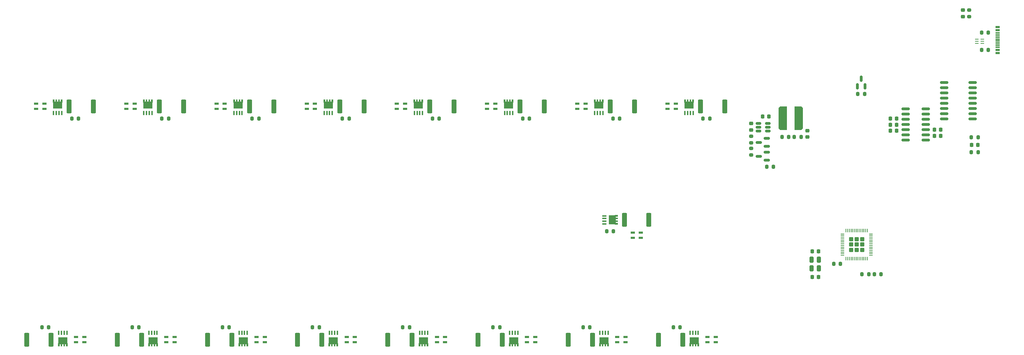
<source format=gbr>
%TF.GenerationSoftware,KiCad,Pcbnew,9.0.0*%
%TF.CreationDate,2025-05-29T20:25:45-04:00*%
%TF.ProjectId,distrabution_controler,64697374-7261-4627-9574-696f6e5f636f,rev?*%
%TF.SameCoordinates,Original*%
%TF.FileFunction,Paste,Top*%
%TF.FilePolarity,Positive*%
%FSLAX46Y46*%
G04 Gerber Fmt 4.6, Leading zero omitted, Abs format (unit mm)*
G04 Created by KiCad (PCBNEW 9.0.0) date 2025-05-29 20:25:45*
%MOMM*%
%LPD*%
G01*
G04 APERTURE LIST*
G04 Aperture macros list*
%AMRoundRect*
0 Rectangle with rounded corners*
0 $1 Rounding radius*
0 $2 $3 $4 $5 $6 $7 $8 $9 X,Y pos of 4 corners*
0 Add a 4 corners polygon primitive as box body*
4,1,4,$2,$3,$4,$5,$6,$7,$8,$9,$2,$3,0*
0 Add four circle primitives for the rounded corners*
1,1,$1+$1,$2,$3*
1,1,$1+$1,$4,$5*
1,1,$1+$1,$6,$7*
1,1,$1+$1,$8,$9*
0 Add four rect primitives between the rounded corners*
20,1,$1+$1,$2,$3,$4,$5,0*
20,1,$1+$1,$4,$5,$6,$7,0*
20,1,$1+$1,$6,$7,$8,$9,0*
20,1,$1+$1,$8,$9,$2,$3,0*%
%AMOutline5P*
0 Free polygon, 5 corners , with rotation*
0 The origin of the aperture is its center*
0 number of corners: always 5*
0 $1 to $10 corner X, Y*
0 $11 Rotation angle, in degrees counterclockwise*
0 create outline with 5 corners*
4,1,5,$1,$2,$3,$4,$5,$6,$7,$8,$9,$10,$1,$2,$11*%
%AMOutline6P*
0 Free polygon, 6 corners , with rotation*
0 The origin of the aperture is its center*
0 number of corners: always 6*
0 $1 to $12 corner X, Y*
0 $13 Rotation angle, in degrees counterclockwise*
0 create outline with 6 corners*
4,1,6,$1,$2,$3,$4,$5,$6,$7,$8,$9,$10,$11,$12,$1,$2,$13*%
%AMOutline7P*
0 Free polygon, 7 corners , with rotation*
0 The origin of the aperture is its center*
0 number of corners: always 7*
0 $1 to $14 corner X, Y*
0 $15 Rotation angle, in degrees counterclockwise*
0 create outline with 7 corners*
4,1,7,$1,$2,$3,$4,$5,$6,$7,$8,$9,$10,$11,$12,$13,$14,$1,$2,$15*%
%AMOutline8P*
0 Free polygon, 8 corners , with rotation*
0 The origin of the aperture is its center*
0 number of corners: always 8*
0 $1 to $16 corner X, Y*
0 $17 Rotation angle, in degrees counterclockwise*
0 create outline with 8 corners*
4,1,8,$1,$2,$3,$4,$5,$6,$7,$8,$9,$10,$11,$12,$13,$14,$15,$16,$1,$2,$17*%
%AMFreePoly0*
4,1,21,1.372500,0.787500,0.862500,0.787500,0.862500,0.532500,1.372500,0.532500,1.372500,0.127500,0.862500,0.127500,0.862500,-0.127500,1.372500,-0.127500,1.372500,-0.532500,0.862500,-0.532500,0.862500,-0.787500,1.372500,-0.787500,1.372500,-1.195000,0.612500,-1.195000,0.612500,-1.117500,-0.862500,-1.117500,-0.862500,1.117500,0.612500,1.117500,0.612500,1.195000,1.372500,1.195000,
1.372500,0.787500,1.372500,0.787500,$1*%
G04 Aperture macros list end*
%ADD10Outline6P,-2.900000X0.630000X-2.480000X1.050000X2.480000X1.050000X2.900000X0.630000X2.900000X-1.050000X-2.900000X-1.050000X90.000000*%
%ADD11Outline6P,-2.900000X0.630000X-2.480000X1.050000X2.480000X1.050000X2.900000X0.630000X2.900000X-1.050000X-2.900000X-1.050000X270.000000*%
%ADD12RoundRect,0.150000X0.587500X0.150000X-0.587500X0.150000X-0.587500X-0.150000X0.587500X-0.150000X0*%
%ADD13RoundRect,0.150000X0.150000X-0.587500X0.150000X0.587500X-0.150000X0.587500X-0.150000X-0.587500X0*%
%ADD14R,1.100000X0.600000*%
%ADD15R,1.100000X0.300000*%
%ADD16RoundRect,0.050000X0.350000X-0.050000X0.350000X0.050000X-0.350000X0.050000X-0.350000X-0.050000X0*%
%ADD17RoundRect,0.050000X0.050000X-0.350000X0.050000X0.350000X-0.050000X0.350000X-0.050000X-0.350000X0*%
%ADD18RoundRect,0.250000X0.285000X-0.285000X0.285000X0.285000X-0.285000X0.285000X-0.285000X-0.285000X0*%
%ADD19R,0.405000X0.990000*%
%ADD20FreePoly0,270.000000*%
%ADD21R,1.000000X0.600000*%
%ADD22RoundRect,0.225000X-0.225000X-0.250000X0.225000X-0.250000X0.225000X0.250000X-0.225000X0.250000X0*%
%ADD23RoundRect,0.200000X0.200000X0.275000X-0.200000X0.275000X-0.200000X-0.275000X0.200000X-0.275000X0*%
%ADD24RoundRect,0.250000X-0.362500X-1.425000X0.362500X-1.425000X0.362500X1.425000X-0.362500X1.425000X0*%
%ADD25FreePoly0,90.000000*%
%ADD26RoundRect,0.200000X-0.200000X-0.275000X0.200000X-0.275000X0.200000X0.275000X-0.200000X0.275000X0*%
%ADD27RoundRect,0.200000X-0.275000X0.200000X-0.275000X-0.200000X0.275000X-0.200000X0.275000X0.200000X0*%
%ADD28RoundRect,0.250000X0.362500X1.425000X-0.362500X1.425000X-0.362500X-1.425000X0.362500X-1.425000X0*%
%ADD29RoundRect,0.225000X0.225000X0.250000X-0.225000X0.250000X-0.225000X-0.250000X0.225000X-0.250000X0*%
%ADD30RoundRect,0.150000X-0.512500X-0.150000X0.512500X-0.150000X0.512500X0.150000X-0.512500X0.150000X0*%
%ADD31RoundRect,0.200000X0.275000X-0.200000X0.275000X0.200000X-0.275000X0.200000X-0.275000X-0.200000X0*%
%ADD32RoundRect,0.150000X-0.825000X-0.150000X0.825000X-0.150000X0.825000X0.150000X-0.825000X0.150000X0*%
%ADD33RoundRect,0.225000X-0.250000X0.225000X-0.250000X-0.225000X0.250000X-0.225000X0.250000X0.225000X0*%
%ADD34RoundRect,0.225000X0.250000X-0.225000X0.250000X0.225000X-0.250000X0.225000X-0.250000X-0.225000X0*%
%ADD35RoundRect,0.150000X-0.837500X-0.150000X0.837500X-0.150000X0.837500X0.150000X-0.837500X0.150000X0*%
%ADD36RoundRect,0.157500X0.367500X-0.567500X0.367500X0.567500X-0.367500X0.567500X-0.367500X-0.567500X0*%
%ADD37R,0.990000X0.405000*%
%ADD38FreePoly0,0.000000*%
%ADD39RoundRect,0.062500X-0.350000X-0.062500X0.350000X-0.062500X0.350000X0.062500X-0.350000X0.062500X0*%
G04 APERTURE END LIST*
D10*
%TO.C,L1*%
X206850000Y-83400000D03*
D11*
X210750000Y-83400000D03*
%TD*%
D12*
%TO.C,Q3*%
X202937500Y-93650000D03*
X202937500Y-91750000D03*
X201062500Y-92700000D03*
%TD*%
%TO.C,Q2*%
X202937500Y-90250000D03*
X202937500Y-88350000D03*
X201062500Y-89300000D03*
%TD*%
D13*
%TO.C,Q1*%
X225050000Y-75637500D03*
X226950000Y-75637500D03*
X226000000Y-73762500D03*
%TD*%
D14*
%TO.C,J2*%
X259250000Y-67520000D03*
X259250000Y-66720000D03*
D15*
X259250000Y-65570000D03*
X259250000Y-64565000D03*
X259250000Y-64070000D03*
X259250000Y-63070000D03*
D14*
X259250000Y-61120000D03*
X259250000Y-61920000D03*
D15*
X259250000Y-62570000D03*
X259250000Y-63570000D03*
X259250000Y-65070000D03*
X259250000Y-66070000D03*
%TD*%
D16*
%TO.C,U2*%
X221450000Y-116870000D03*
X221450000Y-116470000D03*
X221450000Y-116070000D03*
X221450000Y-115670000D03*
X221450000Y-115270000D03*
X221450000Y-114870000D03*
X221450000Y-114470000D03*
X221450000Y-114070000D03*
X221450000Y-113670000D03*
X221450000Y-113270000D03*
X221450000Y-112870000D03*
X221450000Y-112470000D03*
X221450000Y-112070000D03*
X221450000Y-111670000D03*
D17*
X222300000Y-110820000D03*
X222700000Y-110820000D03*
X223100000Y-110820000D03*
X223500000Y-110820000D03*
X223900000Y-110820000D03*
X224300000Y-110820000D03*
X224700000Y-110820000D03*
X225100000Y-110820000D03*
X225500000Y-110820000D03*
X225900000Y-110820000D03*
X226300000Y-110820000D03*
X226700000Y-110820000D03*
X227100000Y-110820000D03*
X227500000Y-110820000D03*
D16*
X228350000Y-111670000D03*
X228350000Y-112070000D03*
X228350000Y-112470000D03*
X228350000Y-112870000D03*
X228350000Y-113270000D03*
X228350000Y-113670000D03*
X228350000Y-114070000D03*
X228350000Y-114470000D03*
X228350000Y-114870000D03*
X228350000Y-115270000D03*
X228350000Y-115670000D03*
X228350000Y-116070000D03*
X228350000Y-116470000D03*
X228350000Y-116870000D03*
D17*
X227500000Y-117720000D03*
X227100000Y-117720000D03*
X226700000Y-117720000D03*
X226300000Y-117720000D03*
X225900000Y-117720000D03*
X225500000Y-117720000D03*
X225100000Y-117720000D03*
X224700000Y-117720000D03*
X224300000Y-117720000D03*
X223900000Y-117720000D03*
X223500000Y-117720000D03*
X223100000Y-117720000D03*
X222700000Y-117720000D03*
X222300000Y-117720000D03*
D18*
X226230000Y-112940000D03*
X224900000Y-112940000D03*
X223570000Y-112940000D03*
X226230000Y-114270000D03*
X224900000Y-114270000D03*
X223570000Y-114270000D03*
X226230000Y-115600000D03*
X224900000Y-115600000D03*
X223570000Y-115600000D03*
%TD*%
D19*
%TO.C,Q5*%
X54240000Y-135815000D03*
X53580000Y-135815000D03*
X52920000Y-135815000D03*
X52260000Y-135815000D03*
D20*
X53250000Y-137807500D03*
%TD*%
D21*
%TO.C,D10*%
X156750000Y-79850000D03*
X156750000Y-81150000D03*
X158750000Y-81150000D03*
X158750000Y-79850000D03*
%TD*%
D22*
%TO.C,C32*%
X201925000Y-83000000D03*
X203475000Y-83000000D03*
%TD*%
D23*
%TO.C,R11*%
X227825000Y-121500000D03*
X226175000Y-121500000D03*
%TD*%
D21*
%TO.C,D6*%
X146500000Y-138150000D03*
X146500000Y-136850000D03*
X144500000Y-136850000D03*
X144500000Y-138150000D03*
%TD*%
%TO.C,D7*%
X168500000Y-138150000D03*
X168500000Y-136850000D03*
X166500000Y-136850000D03*
X166500000Y-138150000D03*
%TD*%
D19*
%TO.C,Q4*%
X32240000Y-135815000D03*
X31580000Y-135815000D03*
X30920000Y-135815000D03*
X30260000Y-135815000D03*
D20*
X31250000Y-137807500D03*
%TD*%
D23*
%TO.C,R73*%
X167075000Y-83500000D03*
X165425000Y-83500000D03*
%TD*%
D19*
%TO.C,Q8*%
X120240000Y-135815000D03*
X119580000Y-135815000D03*
X118920000Y-135815000D03*
X118260000Y-135815000D03*
D20*
X119250000Y-137807500D03*
%TD*%
D21*
%TO.C,D2*%
X58500000Y-138150000D03*
X58500000Y-136850000D03*
X56500000Y-136850000D03*
X56500000Y-138150000D03*
%TD*%
D24*
%TO.C,R81*%
X164787500Y-80500000D03*
X170712500Y-80500000D03*
%TD*%
%TO.C,R80*%
X186787500Y-80500000D03*
X192712500Y-80500000D03*
%TD*%
D19*
%TO.C,Q17*%
X73010000Y-82185000D03*
X73670000Y-82185000D03*
X74330000Y-82185000D03*
X74990000Y-82185000D03*
D25*
X74000000Y-80192500D03*
%TD*%
D26*
%TO.C,R63*%
X180175000Y-134500000D03*
X181825000Y-134500000D03*
%TD*%
%TO.C,R55*%
X202950000Y-95300000D03*
X204600000Y-95300000D03*
%TD*%
%TO.C,R57*%
X48175000Y-134500000D03*
X49825000Y-134500000D03*
%TD*%
D27*
%TO.C,R54*%
X199200000Y-90775000D03*
X199200000Y-92425000D03*
%TD*%
D19*
%TO.C,Q15*%
X117010000Y-82185000D03*
X117670000Y-82185000D03*
X118330000Y-82185000D03*
X118990000Y-82185000D03*
D25*
X118000000Y-80192500D03*
%TD*%
D19*
%TO.C,Q7*%
X98240000Y-135815000D03*
X97580000Y-135815000D03*
X96920000Y-135815000D03*
X96260000Y-135815000D03*
D20*
X97250000Y-137807500D03*
%TD*%
D28*
%TO.C,R68*%
X116462500Y-137500000D03*
X110537500Y-137500000D03*
%TD*%
D24*
%TO.C,R84*%
X98787500Y-80500000D03*
X104712500Y-80500000D03*
%TD*%
D21*
%TO.C,D8*%
X190500000Y-138150000D03*
X190500000Y-136850000D03*
X188500000Y-136850000D03*
X188500000Y-138150000D03*
%TD*%
D19*
%TO.C,Q18*%
X51010000Y-82185000D03*
X51670000Y-82185000D03*
X52330000Y-82185000D03*
X52990000Y-82185000D03*
D25*
X52000000Y-80192500D03*
%TD*%
D21*
%TO.C,D5*%
X124500000Y-138150000D03*
X124500000Y-136850000D03*
X122500000Y-136850000D03*
X122500000Y-138150000D03*
%TD*%
D29*
%TO.C,C21*%
X215575000Y-122200000D03*
X214025000Y-122200000D03*
%TD*%
D26*
%TO.C,R4*%
X252875000Y-88100000D03*
X254525000Y-88100000D03*
%TD*%
D30*
%TO.C,U7*%
X200962500Y-84650000D03*
X200962500Y-85600000D03*
X200962500Y-86550000D03*
X203237500Y-86550000D03*
X203237500Y-85600000D03*
X203237500Y-84650000D03*
%TD*%
D28*
%TO.C,R66*%
X72462500Y-137500000D03*
X66537500Y-137500000D03*
%TD*%
D23*
%TO.C,R78*%
X57075000Y-83500000D03*
X55425000Y-83500000D03*
%TD*%
D21*
%TO.C,D12*%
X112750000Y-79850000D03*
X112750000Y-81150000D03*
X114750000Y-81150000D03*
X114750000Y-79850000D03*
%TD*%
D23*
%TO.C,R88*%
X165575000Y-111000000D03*
X163925000Y-111000000D03*
%TD*%
D21*
%TO.C,D17*%
X172250000Y-112650000D03*
X172250000Y-111350000D03*
X170250000Y-111350000D03*
X170250000Y-112650000D03*
%TD*%
%TO.C,D1*%
X36500000Y-138150000D03*
X36500000Y-136850000D03*
X34500000Y-136850000D03*
X34500000Y-138150000D03*
%TD*%
D23*
%TO.C,R51*%
X211325000Y-88000000D03*
X209675000Y-88000000D03*
%TD*%
D31*
%TO.C,R52*%
X199200000Y-89425000D03*
X199200000Y-87775000D03*
%TD*%
D19*
%TO.C,Q14*%
X139010000Y-82185000D03*
X139670000Y-82185000D03*
X140330000Y-82185000D03*
X140990000Y-82185000D03*
D25*
X140000000Y-80192500D03*
%TD*%
D28*
%TO.C,R71*%
X182462500Y-137500000D03*
X176537500Y-137500000D03*
%TD*%
D19*
%TO.C,Q6*%
X76240000Y-135815000D03*
X75580000Y-135815000D03*
X74920000Y-135815000D03*
X74260000Y-135815000D03*
D20*
X75250000Y-137807500D03*
%TD*%
D19*
%TO.C,Q19*%
X29010000Y-82185000D03*
X29670000Y-82185000D03*
X30330000Y-82185000D03*
X30990000Y-82185000D03*
D25*
X30000000Y-80192500D03*
%TD*%
D26*
%TO.C,R3*%
X229175000Y-121500000D03*
X230825000Y-121500000D03*
%TD*%
D19*
%TO.C,Q11*%
X186240000Y-135815000D03*
X185580000Y-135815000D03*
X184920000Y-135815000D03*
X184260000Y-135815000D03*
D20*
X185250000Y-137807500D03*
%TD*%
D22*
%TO.C,C11*%
X243825000Y-87700000D03*
X245375000Y-87700000D03*
%TD*%
D26*
%TO.C,R56*%
X26175000Y-134500000D03*
X27825000Y-134500000D03*
%TD*%
D23*
%TO.C,R75*%
X123075000Y-83500000D03*
X121425000Y-83500000D03*
%TD*%
D26*
%TO.C,R60*%
X114175000Y-134500000D03*
X115825000Y-134500000D03*
%TD*%
D29*
%TO.C,C9*%
X234675000Y-83500000D03*
X233125000Y-83500000D03*
%TD*%
D23*
%TO.C,R72*%
X189075000Y-83500000D03*
X187425000Y-83500000D03*
%TD*%
D21*
%TO.C,D15*%
X46750000Y-79850000D03*
X46750000Y-81150000D03*
X48750000Y-81150000D03*
X48750000Y-79850000D03*
%TD*%
%TO.C,D3*%
X80500000Y-138150000D03*
X80500000Y-136850000D03*
X78500000Y-136850000D03*
X78500000Y-138150000D03*
%TD*%
D26*
%TO.C,R59*%
X92175000Y-134500000D03*
X93825000Y-134500000D03*
%TD*%
%TO.C,R58*%
X70175000Y-134500000D03*
X71825000Y-134500000D03*
%TD*%
D21*
%TO.C,D4*%
X102500000Y-138150000D03*
X102500000Y-136850000D03*
X100500000Y-136850000D03*
X100500000Y-138150000D03*
%TD*%
D23*
%TO.C,R10*%
X257025000Y-66700000D03*
X255375000Y-66700000D03*
%TD*%
D24*
%TO.C,R82*%
X142787500Y-80500000D03*
X148712500Y-80500000D03*
%TD*%
D28*
%TO.C,R70*%
X160462500Y-137500000D03*
X154537500Y-137500000D03*
%TD*%
D21*
%TO.C,D13*%
X90750000Y-79850000D03*
X90750000Y-81150000D03*
X92750000Y-81150000D03*
X92750000Y-79850000D03*
%TD*%
D19*
%TO.C,Q10*%
X164240000Y-135815000D03*
X163580000Y-135815000D03*
X162920000Y-135815000D03*
X162260000Y-135815000D03*
D20*
X163250000Y-137807500D03*
%TD*%
D28*
%TO.C,R67*%
X94462500Y-137500000D03*
X88537500Y-137500000D03*
%TD*%
%TO.C,R64*%
X28425000Y-137500000D03*
X22500000Y-137500000D03*
%TD*%
D21*
%TO.C,D11*%
X134750000Y-79850000D03*
X134750000Y-81150000D03*
X136750000Y-81150000D03*
X136750000Y-79850000D03*
%TD*%
D24*
%TO.C,R85*%
X76787500Y-80500000D03*
X82712500Y-80500000D03*
%TD*%
D21*
%TO.C,D16*%
X24750000Y-79850000D03*
X24750000Y-81150000D03*
X26750000Y-81150000D03*
X26750000Y-79850000D03*
%TD*%
D24*
%TO.C,R83*%
X120787500Y-80500000D03*
X126712500Y-80500000D03*
%TD*%
D19*
%TO.C,Q12*%
X183010000Y-82185000D03*
X183670000Y-82185000D03*
X184330000Y-82185000D03*
X184990000Y-82185000D03*
D25*
X184000000Y-80192500D03*
%TD*%
D24*
%TO.C,R87*%
X32787500Y-80500000D03*
X38712500Y-80500000D03*
%TD*%
D32*
%TO.C,U1*%
X236825000Y-81090000D03*
X236825000Y-82360000D03*
X236825000Y-83630000D03*
X236825000Y-84900000D03*
X236825000Y-86170000D03*
X236825000Y-87440000D03*
X236825000Y-88710000D03*
X241775000Y-88710000D03*
X241775000Y-87440000D03*
X241775000Y-86170000D03*
X241775000Y-84900000D03*
X241775000Y-83630000D03*
X241775000Y-82360000D03*
X241775000Y-81090000D03*
%TD*%
D19*
%TO.C,Q9*%
X142240000Y-135815000D03*
X141580000Y-135815000D03*
X140920000Y-135815000D03*
X140260000Y-135815000D03*
D20*
X141250000Y-137807500D03*
%TD*%
D27*
%TO.C,R8*%
X252300000Y-56975000D03*
X252300000Y-58625000D03*
%TD*%
D33*
%TO.C,C23*%
X250800000Y-57025000D03*
X250800000Y-58575000D03*
%TD*%
%TO.C,C34*%
X212900000Y-86425000D03*
X212900000Y-87975000D03*
%TD*%
D21*
%TO.C,D9*%
X178750000Y-79850000D03*
X178750000Y-81150000D03*
X180750000Y-81150000D03*
X180750000Y-79850000D03*
%TD*%
%TO.C,D14*%
X68750000Y-79850000D03*
X68750000Y-81150000D03*
X70750000Y-81150000D03*
X70750000Y-79850000D03*
%TD*%
D28*
%TO.C,R69*%
X138462500Y-137500000D03*
X132537500Y-137500000D03*
%TD*%
D19*
%TO.C,Q13*%
X161010000Y-82185000D03*
X161670000Y-82185000D03*
X162330000Y-82185000D03*
X162990000Y-82185000D03*
D25*
X162000000Y-80192500D03*
%TD*%
D28*
%TO.C,R65*%
X50462500Y-137500000D03*
X44537500Y-137500000D03*
%TD*%
D23*
%TO.C,R74*%
X145075000Y-83500000D03*
X143425000Y-83500000D03*
%TD*%
%TO.C,R5*%
X254525000Y-91700000D03*
X252875000Y-91700000D03*
%TD*%
%TO.C,R6*%
X220925000Y-119000000D03*
X219275000Y-119000000D03*
%TD*%
D29*
%TO.C,C18*%
X254475000Y-89900000D03*
X252925000Y-89900000D03*
%TD*%
D23*
%TO.C,R53*%
X208325000Y-88000000D03*
X206675000Y-88000000D03*
%TD*%
D22*
%TO.C,C22*%
X214025000Y-115900000D03*
X215575000Y-115900000D03*
%TD*%
D23*
%TO.C,R77*%
X79075000Y-83500000D03*
X77425000Y-83500000D03*
%TD*%
%TO.C,R79*%
X35075000Y-83500000D03*
X33425000Y-83500000D03*
%TD*%
D26*
%TO.C,R61*%
X136175000Y-134500000D03*
X137825000Y-134500000D03*
%TD*%
D34*
%TO.C,C33*%
X199200000Y-86275000D03*
X199200000Y-84725000D03*
%TD*%
D29*
%TO.C,C8*%
X234675000Y-86500000D03*
X233125000Y-86500000D03*
%TD*%
D24*
%TO.C,R89*%
X168287500Y-108250000D03*
X174212500Y-108250000D03*
%TD*%
D22*
%TO.C,C10*%
X243825000Y-86200000D03*
X245375000Y-86200000D03*
%TD*%
D29*
%TO.C,C7*%
X234675000Y-85000000D03*
X233125000Y-85000000D03*
%TD*%
D23*
%TO.C,R9*%
X257025000Y-62500000D03*
X255375000Y-62500000D03*
%TD*%
D35*
%TO.C,D19*%
X246250000Y-74670000D03*
X246250000Y-75940000D03*
X246250000Y-77210000D03*
X246250000Y-78480000D03*
X246250000Y-79750000D03*
X246250000Y-81020000D03*
X246250000Y-82290000D03*
X246250000Y-83560000D03*
X253175000Y-83560000D03*
X253175000Y-82290000D03*
X253175000Y-81020000D03*
X253175000Y-79750000D03*
X253175000Y-78480000D03*
X253175000Y-77210000D03*
X253175000Y-75940000D03*
X253175000Y-74670000D03*
%TD*%
D19*
%TO.C,Q16*%
X95010000Y-82185000D03*
X95670000Y-82185000D03*
X96330000Y-82185000D03*
X96990000Y-82185000D03*
D25*
X96000000Y-80192500D03*
%TD*%
D26*
%TO.C,R62*%
X158175000Y-134500000D03*
X159825000Y-134500000D03*
%TD*%
D36*
%TO.C,Y1*%
X215700000Y-120100000D03*
X215700000Y-117950000D03*
X213850000Y-117950000D03*
X213850000Y-120100000D03*
%TD*%
D37*
%TO.C,Q20*%
X163315000Y-107260000D03*
X163315000Y-107920000D03*
X163315000Y-108580000D03*
X163315000Y-109240000D03*
D38*
X165307500Y-108250000D03*
%TD*%
D26*
%TO.C,R12*%
X225175000Y-77500000D03*
X226825000Y-77500000D03*
%TD*%
D23*
%TO.C,R76*%
X101075000Y-83500000D03*
X99425000Y-83500000D03*
%TD*%
D24*
%TO.C,R86*%
X54787500Y-80500000D03*
X60712500Y-80500000D03*
%TD*%
D39*
%TO.C,U4*%
X254212500Y-64100000D03*
X254212500Y-64600000D03*
X254212500Y-65100000D03*
X255587500Y-65100000D03*
X255587500Y-64600000D03*
X255587500Y-64100000D03*
%TD*%
M02*

</source>
